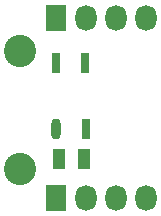
<source format=gts>
G04 Layer_Color=8388736*
%FSLAX25Y25*%
%MOIN*%
G70*
G01*
G75*
%ADD22R,0.03162X0.07099*%
%ADD23O,0.03162X0.07099*%
%ADD24R,0.03950X0.06706*%
%ADD25C,0.10737*%
%ADD26R,0.07099X0.08674*%
%ADD27O,0.07099X0.08674*%
D22*
X29500Y54949D02*
D03*
X20000Y55000D02*
D03*
X30000Y33000D02*
D03*
D23*
X20000D02*
D03*
D24*
X29134Y23000D02*
D03*
X20866D02*
D03*
D25*
X7874Y19685D02*
D03*
Y59055D02*
D03*
D26*
X20000Y70000D02*
D03*
Y10000D02*
D03*
D27*
X50000Y70000D02*
D03*
X40000D02*
D03*
X30000D02*
D03*
X50000Y10000D02*
D03*
X40000D02*
D03*
X30000D02*
D03*
M02*

</source>
